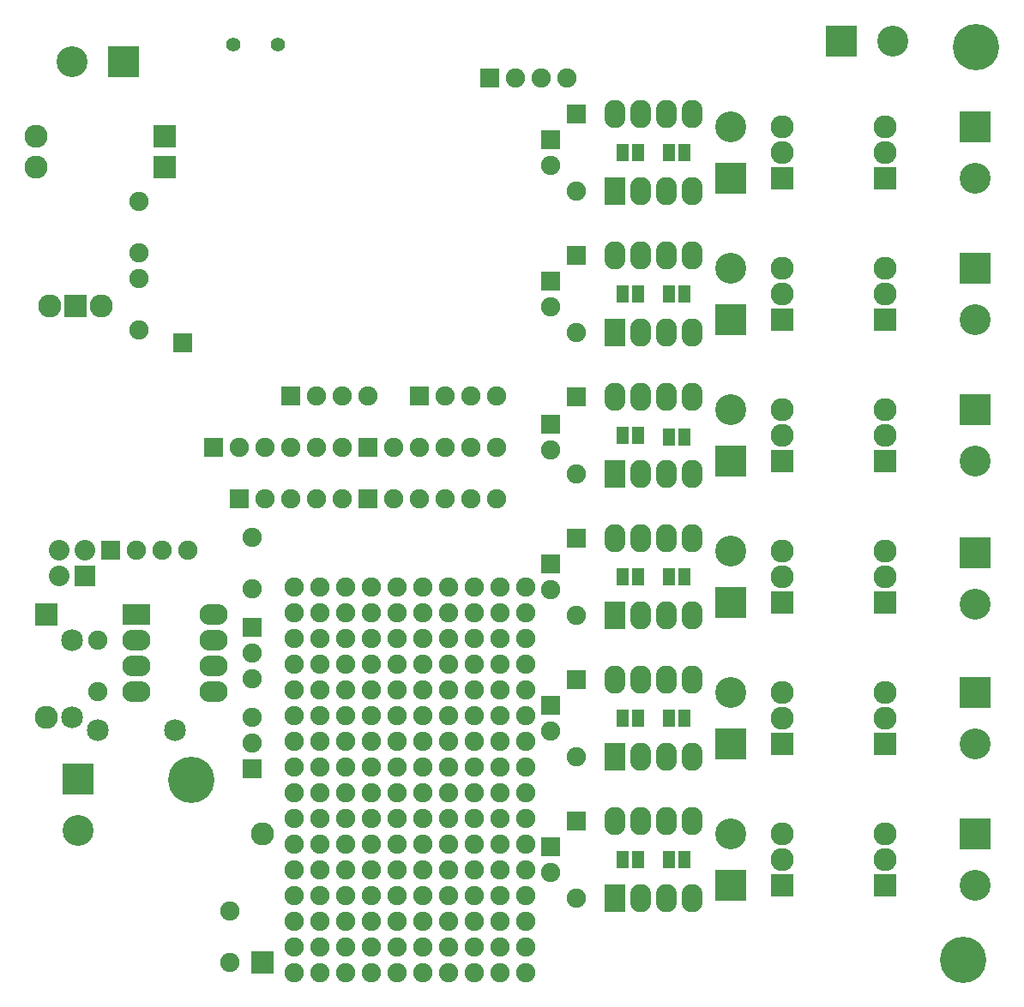
<source format=gbs>
%FSLAX34Y34*%
G04 Gerber Fmt 3.4, Leading zero omitted, Abs format*
G04 (created by PCBNEW (2014-01-30 BZR 4648)-product) date Wed 16 Apr 2014 10:53:14 PM EDT*
%MOIN*%
G01*
G70*
G90*
G04 APERTURE LIST*
%ADD10C,0.005906*%
%ADD11C,0.075000*%
%ADD12C,0.180000*%
%ADD13C,0.055400*%
%ADD14R,0.045000X0.065000*%
%ADD15R,0.075000X0.075000*%
%ADD16C,0.085000*%
%ADD17R,0.080000X0.080000*%
%ADD18C,0.080000*%
%ADD19R,0.082000X0.110000*%
%ADD20O,0.082000X0.110000*%
%ADD21R,0.110000X0.082000*%
%ADD22O,0.110000X0.082000*%
%ADD23C,0.090000*%
%ADD24R,0.090000X0.090000*%
%ADD25R,0.120000X0.120000*%
%ADD26C,0.120000*%
G04 APERTURE END LIST*
G54D10*
G54D11*
X76050Y-28400D03*
X76050Y-29400D03*
X76050Y-30400D03*
X76050Y-31400D03*
X76050Y-32400D03*
X76050Y-33400D03*
X76050Y-34400D03*
X76050Y-35400D03*
X76050Y-36400D03*
X76050Y-37400D03*
X76050Y-38400D03*
X76050Y-39400D03*
X76050Y-40400D03*
X76050Y-41400D03*
X76050Y-42400D03*
X76050Y-43400D03*
X77050Y-43400D03*
X77050Y-42400D03*
X77050Y-41400D03*
X77050Y-40400D03*
X77050Y-39400D03*
X77050Y-38400D03*
X77050Y-37400D03*
X77050Y-36400D03*
X77050Y-35400D03*
X77050Y-34400D03*
X77050Y-33400D03*
X77050Y-32400D03*
X77050Y-31400D03*
X77050Y-30400D03*
X77050Y-29400D03*
X77050Y-28400D03*
X72050Y-28400D03*
X72050Y-29400D03*
X72050Y-30400D03*
X72050Y-31400D03*
X72050Y-32400D03*
X72050Y-33400D03*
X72050Y-34400D03*
X72050Y-35400D03*
X72050Y-36400D03*
X72050Y-37400D03*
X72050Y-38400D03*
X72050Y-39400D03*
X72050Y-40400D03*
X72050Y-41400D03*
X72050Y-42400D03*
X72050Y-43400D03*
X73050Y-43400D03*
X73050Y-42400D03*
X73050Y-41400D03*
X73050Y-40400D03*
X73050Y-39400D03*
X73050Y-38400D03*
X73050Y-37400D03*
X73050Y-36400D03*
X73050Y-35400D03*
X73050Y-34400D03*
X73050Y-33400D03*
X73050Y-32400D03*
X73050Y-31400D03*
X73050Y-30400D03*
X73050Y-29400D03*
X73050Y-28400D03*
X75050Y-28400D03*
X75050Y-29400D03*
X75050Y-30400D03*
X75050Y-31400D03*
X75050Y-32400D03*
X75050Y-33400D03*
X75050Y-34400D03*
X75050Y-35400D03*
X75050Y-36400D03*
X75050Y-37400D03*
X75050Y-38400D03*
X75050Y-39400D03*
X75050Y-40400D03*
X75050Y-41400D03*
X75050Y-42400D03*
X75050Y-43400D03*
X74050Y-43400D03*
X74050Y-42400D03*
X74050Y-41400D03*
X74050Y-40400D03*
X74050Y-39400D03*
X74050Y-38400D03*
X74050Y-37400D03*
X74050Y-36400D03*
X74050Y-35400D03*
X74050Y-34400D03*
X74050Y-33400D03*
X74050Y-32400D03*
X74050Y-31400D03*
X74050Y-30400D03*
X74050Y-29400D03*
X74050Y-28400D03*
X70050Y-28400D03*
X70050Y-29400D03*
X70050Y-30400D03*
X70050Y-31400D03*
X70050Y-32400D03*
X70050Y-33400D03*
X70050Y-34400D03*
X70050Y-35400D03*
X70050Y-36400D03*
X70050Y-37400D03*
X70050Y-38400D03*
X70050Y-39400D03*
X70050Y-40400D03*
X70050Y-41400D03*
X70050Y-42400D03*
X70050Y-43400D03*
X71050Y-43400D03*
X71050Y-42400D03*
X71050Y-41400D03*
X71050Y-40400D03*
X71050Y-39400D03*
X71050Y-38400D03*
X71050Y-37400D03*
X71050Y-36400D03*
X71050Y-35400D03*
X71050Y-34400D03*
X71050Y-33400D03*
X71050Y-32400D03*
X71050Y-31400D03*
X71050Y-30400D03*
X71050Y-29400D03*
X71050Y-28400D03*
X69050Y-28400D03*
X69050Y-29400D03*
X69050Y-30400D03*
X69050Y-31400D03*
X69050Y-32400D03*
X69050Y-33400D03*
X69050Y-34400D03*
X69050Y-35400D03*
X69050Y-36400D03*
X69050Y-37400D03*
X69050Y-38400D03*
X69050Y-39400D03*
X69050Y-40400D03*
X69050Y-41400D03*
X69050Y-42400D03*
X69050Y-43400D03*
X68050Y-43400D03*
X68050Y-42400D03*
X68050Y-41400D03*
X68050Y-40400D03*
X68050Y-39400D03*
X68050Y-38400D03*
X68050Y-37400D03*
X68050Y-36400D03*
X68050Y-35400D03*
X68050Y-34400D03*
X68050Y-33400D03*
X68050Y-32400D03*
X68050Y-31400D03*
X68050Y-30400D03*
X68050Y-29400D03*
X68050Y-28400D03*
G54D12*
X94550Y-7400D03*
G54D13*
X67416Y-7310D03*
X65684Y-7310D03*
G54D14*
X83200Y-28000D03*
X82600Y-28000D03*
X83200Y-17000D03*
X82600Y-17000D03*
X80800Y-28000D03*
X81400Y-28000D03*
X80800Y-17000D03*
X81400Y-17000D03*
X83200Y-11500D03*
X82600Y-11500D03*
X80800Y-11500D03*
X81400Y-11500D03*
X80800Y-33500D03*
X81400Y-33500D03*
X83200Y-39000D03*
X82600Y-39000D03*
X80800Y-39000D03*
X81400Y-39000D03*
X83200Y-33500D03*
X82600Y-33500D03*
X80800Y-22500D03*
X81400Y-22500D03*
X83200Y-22550D03*
X82600Y-22550D03*
G54D15*
X70900Y-22950D03*
G54D11*
X71900Y-22950D03*
X72900Y-22950D03*
X73900Y-22950D03*
X74900Y-22950D03*
X75900Y-22950D03*
G54D15*
X64900Y-22950D03*
G54D11*
X65900Y-22950D03*
X66900Y-22950D03*
X67900Y-22950D03*
X68900Y-22950D03*
X69900Y-22950D03*
G54D15*
X70900Y-24950D03*
G54D11*
X71900Y-24950D03*
X72900Y-24950D03*
X73900Y-24950D03*
X74900Y-24950D03*
X75900Y-24950D03*
G54D15*
X65900Y-24950D03*
G54D11*
X66900Y-24950D03*
X67900Y-24950D03*
X68900Y-24950D03*
X69900Y-24950D03*
G54D15*
X75650Y-8600D03*
G54D11*
X76650Y-8600D03*
X77650Y-8600D03*
X78650Y-8600D03*
G54D15*
X67900Y-20950D03*
G54D11*
X68900Y-20950D03*
X69900Y-20950D03*
X70900Y-20950D03*
G54D15*
X72900Y-20950D03*
G54D11*
X73900Y-20950D03*
X74900Y-20950D03*
X75900Y-20950D03*
G54D15*
X60900Y-26950D03*
G54D11*
X61900Y-26950D03*
X62900Y-26950D03*
X63900Y-26950D03*
G54D15*
X66400Y-35450D03*
G54D11*
X66400Y-34450D03*
X66400Y-33450D03*
G54D15*
X66400Y-29950D03*
G54D11*
X66400Y-30950D03*
X66400Y-31950D03*
G54D15*
X78000Y-11000D03*
G54D11*
X78000Y-12000D03*
G54D15*
X78000Y-16500D03*
G54D11*
X78000Y-17500D03*
G54D15*
X78000Y-22050D03*
G54D11*
X78000Y-23050D03*
G54D15*
X78000Y-27500D03*
G54D11*
X78000Y-28500D03*
G54D15*
X78000Y-33000D03*
G54D11*
X78000Y-34000D03*
G54D15*
X78000Y-38500D03*
G54D11*
X78000Y-39500D03*
G54D16*
X60400Y-33950D03*
X63400Y-33950D03*
X59400Y-33450D03*
X59400Y-30450D03*
G54D17*
X59900Y-27950D03*
G54D18*
X58900Y-27950D03*
X59900Y-26950D03*
X58900Y-26950D03*
G54D19*
X80500Y-13000D03*
G54D20*
X81500Y-13000D03*
X82500Y-13000D03*
X83500Y-13000D03*
X83500Y-10000D03*
X82500Y-10000D03*
X81500Y-10000D03*
X80500Y-10000D03*
G54D19*
X80500Y-18500D03*
G54D20*
X81500Y-18500D03*
X82500Y-18500D03*
X83500Y-18500D03*
X83500Y-15500D03*
X82500Y-15500D03*
X81500Y-15500D03*
X80500Y-15500D03*
G54D19*
X80500Y-29500D03*
G54D20*
X81500Y-29500D03*
X82500Y-29500D03*
X83500Y-29500D03*
X83500Y-26500D03*
X82500Y-26500D03*
X81500Y-26500D03*
X80500Y-26500D03*
G54D19*
X80500Y-35000D03*
G54D20*
X81500Y-35000D03*
X82500Y-35000D03*
X83500Y-35000D03*
X83500Y-32000D03*
X82500Y-32000D03*
X81500Y-32000D03*
X80500Y-32000D03*
G54D19*
X80500Y-40500D03*
G54D20*
X81500Y-40500D03*
X82500Y-40500D03*
X83500Y-40500D03*
X83500Y-37500D03*
X82500Y-37500D03*
X81500Y-37500D03*
X80500Y-37500D03*
G54D19*
X80500Y-24000D03*
G54D20*
X81500Y-24000D03*
X82500Y-24000D03*
X83500Y-24000D03*
X83500Y-21000D03*
X82500Y-21000D03*
X81500Y-21000D03*
X80500Y-21000D03*
G54D21*
X61900Y-29450D03*
G54D22*
X61900Y-30450D03*
X61900Y-31450D03*
X61900Y-32450D03*
X64900Y-32450D03*
X64900Y-31450D03*
X64900Y-30450D03*
X64900Y-29450D03*
G54D23*
X58000Y-10850D03*
G54D24*
X63000Y-10850D03*
G54D23*
X58000Y-12050D03*
G54D24*
X63000Y-12050D03*
G54D23*
X66800Y-38000D03*
G54D24*
X66800Y-43000D03*
G54D11*
X66400Y-26450D03*
X66400Y-28450D03*
X65550Y-43000D03*
X65550Y-41000D03*
X60400Y-30450D03*
X60400Y-32450D03*
X62000Y-18400D03*
X62000Y-16400D03*
X62000Y-13400D03*
X62000Y-15400D03*
G54D23*
X87000Y-21500D03*
X87000Y-22500D03*
G54D24*
X87000Y-23500D03*
G54D23*
X91000Y-21500D03*
X91000Y-22500D03*
G54D24*
X91000Y-23500D03*
G54D23*
X87000Y-38000D03*
X87000Y-39000D03*
G54D24*
X87000Y-40000D03*
G54D23*
X91000Y-38000D03*
X91000Y-39000D03*
G54D24*
X91000Y-40000D03*
G54D23*
X87000Y-32500D03*
X87000Y-33500D03*
G54D24*
X87000Y-34500D03*
G54D23*
X91000Y-32500D03*
X91000Y-33500D03*
G54D24*
X91000Y-34500D03*
G54D23*
X87000Y-27000D03*
X87000Y-28000D03*
G54D24*
X87000Y-29000D03*
G54D23*
X91000Y-27000D03*
X91000Y-28000D03*
G54D24*
X91000Y-29000D03*
G54D23*
X87000Y-16000D03*
X87000Y-17000D03*
G54D24*
X87000Y-18000D03*
G54D23*
X91000Y-16000D03*
X91000Y-17000D03*
G54D24*
X91000Y-18000D03*
G54D23*
X87000Y-10500D03*
X87000Y-11500D03*
G54D24*
X87000Y-12500D03*
G54D23*
X91000Y-10500D03*
X91000Y-11500D03*
G54D24*
X91000Y-12500D03*
G54D23*
X58550Y-17450D03*
G54D24*
X59550Y-17450D03*
G54D23*
X60550Y-17450D03*
G54D25*
X85000Y-40000D03*
G54D26*
X85000Y-38000D03*
G54D25*
X85000Y-34500D03*
G54D26*
X85000Y-32500D03*
G54D25*
X85000Y-29000D03*
G54D26*
X85000Y-27000D03*
G54D25*
X85000Y-18000D03*
G54D26*
X85000Y-16000D03*
G54D25*
X85000Y-12500D03*
G54D26*
X85000Y-10500D03*
G54D25*
X94500Y-10500D03*
G54D26*
X94500Y-12500D03*
G54D25*
X94500Y-16000D03*
G54D26*
X94500Y-18000D03*
G54D25*
X94500Y-21500D03*
G54D26*
X94500Y-23500D03*
G54D25*
X94500Y-27050D03*
G54D26*
X94500Y-29050D03*
G54D25*
X94500Y-32500D03*
G54D26*
X94500Y-34500D03*
G54D25*
X94500Y-38000D03*
G54D26*
X94500Y-40000D03*
G54D25*
X85000Y-23500D03*
G54D26*
X85000Y-21500D03*
G54D15*
X79000Y-21000D03*
G54D11*
X79000Y-24000D03*
G54D15*
X79000Y-37500D03*
G54D11*
X79000Y-40500D03*
G54D15*
X79000Y-32000D03*
G54D11*
X79000Y-35000D03*
G54D15*
X79000Y-26500D03*
G54D11*
X79000Y-29500D03*
G54D15*
X79000Y-15500D03*
G54D11*
X79000Y-18500D03*
G54D15*
X79000Y-10000D03*
G54D11*
X79000Y-13000D03*
G54D25*
X61400Y-7950D03*
G54D26*
X59400Y-7950D03*
G54D23*
X58400Y-33450D03*
G54D24*
X58400Y-29450D03*
G54D25*
X59650Y-35850D03*
G54D26*
X59650Y-37850D03*
G54D15*
X63700Y-18900D03*
G54D25*
X89300Y-7150D03*
G54D26*
X91300Y-7150D03*
G54D12*
X64050Y-35900D03*
X94050Y-42900D03*
M02*

</source>
